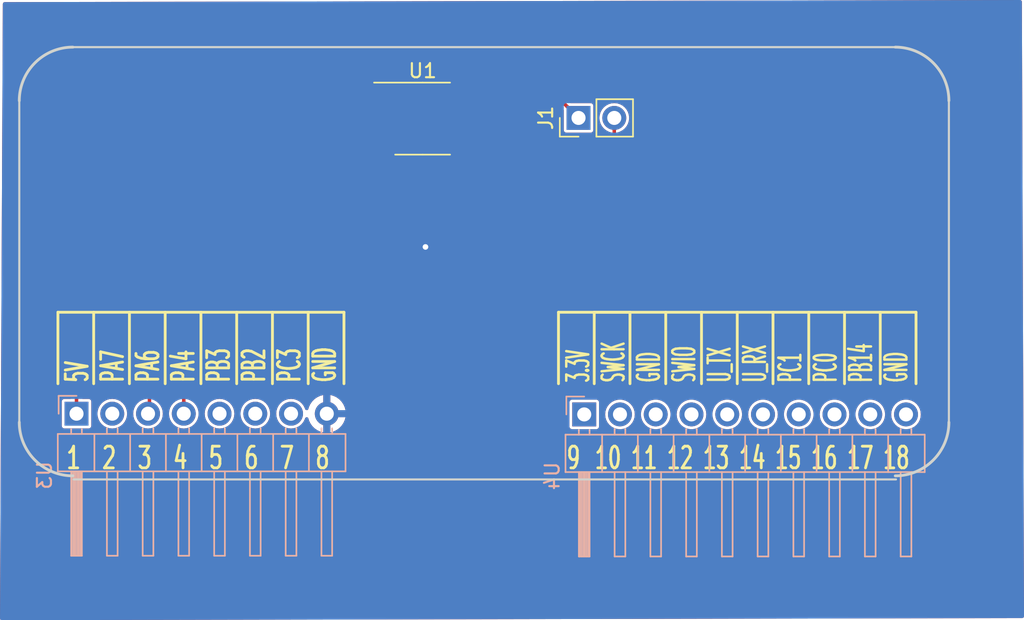
<source format=kicad_pcb>
(kicad_pcb (version 20221018) (generator pcbnew)
  (layers (0 "F.Cu" signal) (31 "B.Cu" signal) (34 "B.Paste" user) (35 "F.Paste" user) (36 "B.SilkS" user "B.Silkscreen") (37 "F.SilkS" user "F.Silkscreen") (38 "B.Mask" user) (39 "F.Mask" user) (44 "Edge.Cuts" user))
  (net 0 "")
  (net 1 "/Out_A")
  (net 2 "/Out_B")
  (net 4 "/IN_A")
  (net 5 "GND")
  (net 6 "/IN_B")
  (net 7 "/5V")
  (footprint "Package_SO:SOIC-8_3.9x4.9mm_P1.27mm" (layer "F.Cu") (at 128.8288 59.5376)
    (fp_text reference "U1" (at 0 -3.4) (layer "F.SilkS"))
    (fp_text value "TC4424")
    (fp_line (start 0 -2.56) (end -3.45 -2.56) (stroke (width 0.12)) (layer "F.SilkS"))
    (fp_line (start 0 -2.56) (end 1.95 -2.56) (stroke (width 0.12)) (layer "F.SilkS"))
    (fp_line (start 0 2.56) (end -1.95 2.56) (stroke (width 0.12)) (layer "F.SilkS"))
    (fp_line (start 0 2.56) (end 1.95 2.56) (stroke (width 0.12)) (layer "F.SilkS"))
    (pad "1" smd roundrect (at -2.475 -1.905) (size 1.95 0.6) (layers "F.Cu" "F.Paste" "F.Mask"))
    (pad "2" smd roundrect (at -2.475 -0.635) (size 1.95 0.6) (layers "F.Cu" "F.Paste" "F.Mask") (net 4 "/IN_A"))
    (pad "3" smd roundrect (at -2.475 0.635) (size 1.95 0.6) (layers "F.Cu" "F.Paste" "F.Mask") (net 5 "GND"))
    (pad "4" smd roundrect (at -2.475 1.905) (size 1.95 0.6) (layers "F.Cu" "F.Paste" "F.Mask") (net 6 "/IN_B"))
    (pad "5" smd roundrect (at 2.475 1.905) (size 1.95 0.6) (layers "F.Cu" "F.Paste" "F.Mask") (net 2 "/Out_B"))
    (pad "6" smd roundrect (at 2.475 0.635) (size 1.95 0.6) (layers "F.Cu" "F.Paste" "F.Mask") (net 7 "/5V"))
    (pad "7" smd roundrect (at 2.475 -0.635) (size 1.95 0.6) (layers "F.Cu" "F.Paste" "F.Mask") (net 1 "/Out_A"))
    (pad "8" smd roundrect (at 2.475 -1.905) (size 1.95 0.6) (layers "F.Cu" "F.Paste" "F.Mask"))
  )
  (footprint "Connector_PinHeader_2.54mm:PinHeader_1x02_P2.54mm_Vertical" (layer "F.Cu") (at 139.904877 59.488477 90)
    (fp_text reference "J1" (at 0 -2.33 90) (layer "F.SilkS"))
    (fp_text value "Coil")
    (fp_line (start -1.33 -1.33) (end 0 -1.33) (stroke (width 0.12)) (layer "F.SilkS"))
    (fp_line (start -1.33 0) (end -1.33 -1.33) (stroke (width 0.12)) (layer "F.SilkS"))
    (fp_line (start -1.33 1.27) (end -1.33 3.87) (stroke (width 0.12)) (layer "F.SilkS"))
    (fp_line (start -1.33 1.27) (end 1.33 1.27) (stroke (width 0.12)) (layer "F.SilkS"))
    (fp_line (start -1.33 3.87) (end 1.33 3.87) (stroke (width 0.12)) (layer "F.SilkS"))
    (fp_line (start 1.33 1.27) (end 1.33 3.87) (stroke (width 0.12)) (layer "F.SilkS"))
    (pad "1" thru_hole rect (at 0 0 90) (size 1.7 1.7) (drill 1) (layers "*.Cu" "*.Mask") (net 1 "/Out_A"))
    (pad "2" thru_hole oval (at 0 2.54 90) (size 1.7 1.7) (drill 1) (layers "*.Cu" "*.Mask") (net 2 "/Out_B"))
  )
  (footprint "Connector_PinHeader_2.54mm:PinHeader_1x08_P2.54mm_Horizontal" (layer "B.Cu") (at 104.2416 80.518 -90)
    (fp_text reference "U3" (at 4.385 2.27 90) (layer "B.SilkS") (effects (justify mirror)))
    (fp_text value "FlipperZero")
    (fp_line (start -1.27 0) (end -1.27 1.27) (stroke (width 0.12)) (layer "B.SilkS"))
    (fp_line (start -1.27 1.27) (end 0 1.27) (stroke (width 0.12)) (layer "B.SilkS"))
    (fp_line (start 1.042929 -18.16) (end 1.44 -18.16) (stroke (width 0.12)) (layer "B.SilkS"))
    (fp_line (start 1.042929 -17.4) (end 1.44 -17.4) (stroke (width 0.12)) (layer "B.SilkS"))
    (fp_line (start 1.042929 -15.62) (end 1.44 -15.62) (stroke (width 0.12)) (layer "B.SilkS"))
    (fp_line (start 1.042929 -14.86) (end 1.44 -14.86) (stroke (width 0.12)) (layer "B.SilkS"))
    (fp_line (start 1.042929 -13.08) (end 1.44 -13.08) (stroke (width 0.12)) (layer "B.SilkS"))
    (fp_line (start 1.042929 -12.32) (end 1.44 -12.32) (stroke (width 0.12)) (layer "B.SilkS"))
    (fp_line (start 1.042929 -10.54) (end 1.44 -10.54) (stroke (width 0.12)) (layer "B.SilkS"))
    (fp_line (start 1.042929 -9.78) (end 1.44 -9.78) (stroke (width 0.12)) (layer "B.SilkS"))
    (fp_line (start 1.042929 -8) (end 1.44 -8) (stroke (width 0.12)) (layer "B.SilkS"))
    (fp_line (start 1.042929 -7.24) (end 1.44 -7.24) (stroke (width 0.12)) (layer "B.SilkS"))
    (fp_line (start 1.042929 -5.46) (end 1.44 -5.46) (stroke (width 0.12)) (layer "B.SilkS"))
    (fp_line (start 1.042929 -4.7) (end 1.44 -4.7) (stroke (width 0.12)) (layer "B.SilkS"))
    (fp_line (start 1.042929 -2.92) (end 1.44 -2.92) (stroke (width 0.12)) (layer "B.SilkS"))
    (fp_line (start 1.042929 -2.16) (end 1.44 -2.16) (stroke (width 0.12)) (layer "B.SilkS"))
    (fp_line (start 1.11 -0.38) (end 1.44 -0.38) (stroke (width 0.12)) (layer "B.SilkS"))
    (fp_line (start 1.11 0.38) (end 1.44 0.38) (stroke (width 0.12)) (layer "B.SilkS"))
    (fp_line (start 1.44 -19.11) (end 4.1 -19.11) (stroke (width 0.12)) (layer "B.SilkS"))
    (fp_line (start 1.44 -16.51) (end 4.1 -16.51) (stroke (width 0.12)) (layer "B.SilkS"))
    (fp_line (start 1.44 -13.97) (end 4.1 -13.97) (stroke (width 0.12)) (layer "B.SilkS"))
    (fp_line (start 1.44 -11.43) (end 4.1 -11.43) (stroke (width 0.12)) (layer "B.SilkS"))
    (fp_line (start 1.44 -8.89) (end 4.1 -8.89) (stroke (width 0.12)) (layer "B.SilkS"))
    (fp_line (start 1.44 -6.35) (end 4.1 -6.35) (stroke (width 0.12)) (layer "B.SilkS"))
    (fp_line (start 1.44 -3.81) (end 4.1 -3.81) (stroke (width 0.12)) (layer "B.SilkS"))
    (fp_line (start 1.44 -1.27) (end 4.1 -1.27) (stroke (width 0.12)) (layer "B.SilkS"))
    (fp_line (start 1.44 1.33) (end 1.44 -19.11) (stroke (width 0.12)) (layer "B.SilkS"))
    (fp_line (start 4.1 -19.11) (end 4.1 1.33) (stroke (width 0.12)) (layer "B.SilkS"))
    (fp_line (start 4.1 -17.4) (end 10.1 -17.4) (stroke (width 0.12)) (layer "B.SilkS"))
    (fp_line (start 4.1 -14.86) (end 10.1 -14.86) (stroke (width 0.12)) (layer "B.SilkS"))
    (fp_line (start 4.1 -12.32) (end 10.1 -12.32) (stroke (width 0.12)) (layer "B.SilkS"))
    (fp_line (start 4.1 -9.78) (end 10.1 -9.78) (stroke (width 0.12)) (layer "B.SilkS"))
    (fp_line (start 4.1 -7.24) (end 10.1 -7.24) (stroke (width 0.12)) (layer "B.SilkS"))
    (fp_line (start 4.1 -4.7) (end 10.1 -4.7) (stroke (width 0.12)) (layer "B.SilkS"))
    (fp_line (start 4.1 -2.16) (end 10.1 -2.16) (stroke (width 0.12)) (layer "B.SilkS"))
    (fp_line (start 4.1 -0.28) (end 10.1 -0.28) (stroke (width 0.12)) (layer "B.SilkS"))
    (fp_line (start 4.1 -0.16) (end 10.1 -0.16) (stroke (width 0.12)) (layer "B.SilkS"))
    (fp_line (start 4.1 -0.04) (end 10.1 -0.04) (stroke (width 0.12)) (layer "B.SilkS"))
    (fp_line (start 4.1 0.08) (end 10.1 0.08) (stroke (width 0.12)) (layer "B.SilkS"))
    (fp_line (start 4.1 0.2) (end 10.1 0.2) (stroke (width 0.12)) (layer "B.SilkS"))
    (fp_line (start 4.1 0.32) (end 10.1 0.32) (stroke (width 0.12)) (layer "B.SilkS"))
    (fp_line (start 4.1 0.38) (end 10.1 0.38) (stroke (width 0.12)) (layer "B.SilkS"))
    (fp_line (start 4.1 1.33) (end 1.44 1.33) (stroke (width 0.12)) (layer "B.SilkS"))
    (fp_line (start 10.1 -18.16) (end 4.1 -18.16) (stroke (width 0.12)) (layer "B.SilkS"))
    (fp_line (start 10.1 -17.4) (end 10.1 -18.16) (stroke (width 0.12)) (layer "B.SilkS"))
    (fp_line (start 10.1 -15.62) (end 4.1 -15.62) (stroke (width 0.12)) (layer "B.SilkS"))
    (fp_line (start 10.1 -14.86) (end 10.1 -15.62) (stroke (width 0.12)) (layer "B.SilkS"))
    (fp_line (start 10.1 -13.08) (end 4.1 -13.08) (stroke (width 0.12)) (layer "B.SilkS"))
    (fp_line (start 10.1 -12.32) (end 10.1 -13.08) (stroke (width 0.12)) (layer "B.SilkS"))
    (fp_line (start 10.1 -10.54) (end 4.1 -10.54) (stroke (width 0.12)) (layer "B.SilkS"))
    (fp_line (start 10.1 -9.78) (end 10.1 -10.54) (stroke (width 0.12)) (layer "B.SilkS"))
    (fp_line (start 10.1 -8) (end 4.1 -8) (stroke (width 0.12)) (layer "B.SilkS"))
    (fp_line (start 10.1 -7.24) (end 10.1 -8) (stroke (width 0.12)) (layer "B.SilkS"))
    (fp_line (start 10.1 -5.46) (end 4.1 -5.46) (stroke (width 0.12)) (layer "B.SilkS"))
    (fp_line (start 10.1 -4.7) (end 10.1 -5.46) (stroke (width 0.12)) (layer "B.SilkS"))
    (fp_line (start 10.1 -2.92) (end 4.1 -2.92) (stroke (width 0.12)) (layer "B.SilkS"))
    (fp_line (start 10.1 -2.16) (end 10.1 -2.92) (stroke (width 0.12)) (layer "B.SilkS"))
    (fp_line (start 10.1 -0.38) (end 4.1 -0.38) (stroke (width 0.12)) (layer "B.SilkS"))
    (fp_line (start 10.1 0.38) (end 10.1 -0.38) (stroke (width 0.12)) (layer "B.SilkS"))
    (pad "1" thru_hole rect (at 0 0 270) (size 1.7 1.7) (drill 1) (layers "*.Cu" "*.Mask") (net 7 "/5V"))
    (pad "2" thru_hole oval (at 0 -2.54 270) (size 1.7 1.7) (drill 1) (layers "*.Cu" "*.Mask"))
    (pad "3" thru_hole oval (at 0 -5.08 270) (size 1.7 1.7) (drill 1) (layers "*.Cu" "*.Mask") (net 4 "/IN_A"))
    (pad "4" thru_hole oval (at 0 -7.62 270) (size 1.7 1.7) (drill 1) (layers "*.Cu" "*.Mask") (net 6 "/IN_B"))
    (pad "5" thru_hole oval (at 0 -10.16 270) (size 1.7 1.7) (drill 1) (layers "*.Cu" "*.Mask"))
    (pad "6" thru_hole oval (at 0 -12.7 270) (size 1.7 1.7) (drill 1) (layers "*.Cu" "*.Mask"))
    (pad "7" thru_hole oval (at 0 -15.24 270) (size 1.7 1.7) (drill 1) (layers "*.Cu" "*.Mask"))
    (pad "8" thru_hole oval (at 0 -17.78 270) (size 1.7 1.7) (drill 1) (layers "*.Cu" "*.Mask") (net 5 "GND"))
  )
  (footprint "Connector_PinHeader_2.54mm:PinHeader_1x10_P2.54mm_Horizontal" (layer "B.Cu") (at 140.3096 80.5688 -90)
    (fp_text reference "U4" (at 4.385 2.27 90) (layer "B.SilkS") (effects (justify mirror)))
    (fp_text value "FlipperZero")
    (fp_line (start -1.27 0) (end -1.27 1.27) (stroke (width 0.12)) (layer "B.SilkS"))
    (fp_line (start -1.27 1.27) (end 0 1.27) (stroke (width 0.12)) (layer "B.SilkS"))
    (fp_line (start 1.042929 -23.24) (end 1.44 -23.24) (stroke (width 0.12)) (layer "B.SilkS"))
    (fp_line (start 1.042929 -22.48) (end 1.44 -22.48) (stroke (width 0.12)) (layer "B.SilkS"))
    (fp_line (start 1.042929 -20.7) (end 1.44 -20.7) (stroke (width 0.12)) (layer "B.SilkS"))
    (fp_line (start 1.042929 -19.94) (end 1.44 -19.94) (stroke (width 0.12)) (layer "B.SilkS"))
    (fp_line (start 1.042929 -18.16) (end 1.44 -18.16) (stroke (width 0.12)) (layer "B.SilkS"))
    (fp_line (start 1.042929 -17.4) (end 1.44 -17.4) (stroke (width 0.12)) (layer "B.SilkS"))
    (fp_line (start 1.042929 -15.62) (end 1.44 -15.62) (stroke (width 0.12)) (layer "B.SilkS"))
    (fp_line (start 1.042929 -14.86) (end 1.44 -14.86) (stroke (width 0.12)) (layer "B.SilkS"))
    (fp_line (start 1.042929 -13.08) (end 1.44 -13.08) (stroke (width 0.12)) (layer "B.SilkS"))
    (fp_line (start 1.042929 -12.32) (end 1.44 -12.32) (stroke (width 0.12)) (layer "B.SilkS"))
    (fp_line (start 1.042929 -10.54) (end 1.44 -10.54) (stroke (width 0.12)) (layer "B.SilkS"))
    (fp_line (start 1.042929 -9.78) (end 1.44 -9.78) (stroke (width 0.12)) (layer "B.SilkS"))
    (fp_line (start 1.042929 -8) (end 1.44 -8) (stroke (width 0.12)) (layer "B.SilkS"))
    (fp_line (start 1.042929 -7.24) (end 1.44 -7.24) (stroke (width 0.12)) (layer "B.SilkS"))
    (fp_line (start 1.042929 -5.46) (end 1.44 -5.46) (stroke (width 0.12)) (layer "B.SilkS"))
    (fp_line (start 1.042929 -4.7) (end 1.44 -4.7) (stroke (width 0.12)) (layer "B.SilkS"))
    (fp_line (start 1.042929 -2.92) (end 1.44 -2.92) (stroke (width 0.12)) (layer "B.SilkS"))
    (fp_line (start 1.042929 -2.16) (end 1.44 -2.16) (stroke (width 0.12)) (layer "B.SilkS"))
    (fp_line (start 1.11 -0.38) (end 1.44 -0.38) (stroke (width 0.12)) (layer "B.SilkS"))
    (fp_line (start 1.11 0.38) (end 1.44 0.38) (stroke (width 0.12)) (layer "B.SilkS"))
    (fp_line (start 1.44 -24.19) (end 4.1 -24.19) (stroke (width 0.12)) (layer "B.SilkS"))
    (fp_line (start 1.44 -21.59) (end 4.1 -21.59) (stroke (width 0.12)) (layer "B.SilkS"))
    (fp_line (start 1.44 -19.05) (end 4.1 -19.05) (stroke (width 0.12)) (layer "B.SilkS"))
    (fp_line (start 1.44 -16.51) (end 4.1 -16.51) (stroke (width 0.12)) (layer "B.SilkS"))
    (fp_line (start 1.44 -13.97) (end 4.1 -13.97) (stroke (width 0.12)) (layer "B.SilkS"))
    (fp_line (start 1.44 -11.43) (end 4.1 -11.43) (stroke (width 0.12)) (layer "B.SilkS"))
    (fp_line (start 1.44 -8.89) (end 4.1 -8.89) (stroke (width 0.12)) (layer "B.SilkS"))
    (fp_line (start 1.44 -6.35) (end 4.1 -6.35) (stroke (width 0.12)) (layer "B.SilkS"))
    (fp_line (start 1.44 -3.81) (end 4.1 -3.81) (stroke (width 0.12)) (layer "B.SilkS"))
    (fp_line (start 1.44 -1.27) (end 4.1 -1.27) (stroke (width 0.12)) (layer "B.SilkS"))
    (fp_line (start 1.44 1.33) (end 1.44 -24.19) (stroke (width 0.12)) (layer "B.SilkS"))
    (fp_line (start 4.1 -24.19) (end 4.1 1.33) (stroke (width 0.12)) (layer "B.SilkS"))
    (fp_line (start 4.1 -22.48) (end 10.1 -22.48) (stroke (width 0.12)) (layer "B.SilkS"))
    (fp_line (start 4.1 -19.94) (end 10.1 -19.94) (stroke (width 0.12)) (layer "B.SilkS"))
    (fp_line (start 4.1 -17.4) (end 10.1 -17.4) (stroke (width 0.12)) (layer "B.SilkS"))
    (fp_line (start 4.1 -14.86) (end 10.1 -14.86) (stroke (width 0.12)) (layer "B.SilkS"))
    (fp_line (start 4.1 -12.32) (end 10.1 -12.32) (stroke (width 0.12)) (layer "B.SilkS"))
    (fp_line (start 4.1 -9.78) (end 10.1 -9.78) (stroke (width 0.12)) (layer "B.SilkS"))
    (fp_line (start 4.1 -7.24) (end 10.1 -7.24) (stroke (width 0.12)) (layer "B.SilkS"))
    (fp_line (start 4.1 -4.7) (end 10.1 -4.7) (stroke (width 0.12)) (layer "B.SilkS"))
    (fp_line (start 4.1 -2.16) (end 10.1 -2.16) (stroke (width 0.12)) (layer "B.SilkS"))
    (fp_line (start 4.1 -0.28) (end 10.1 -0.28) (stroke (width 0.12)) (layer "B.SilkS"))
    (fp_line (start 4.1 -0.16) (end 10.1 -0.16) (stroke (width 0.12)) (layer "B.SilkS"))
    (fp_line (start 4.1 -0.04) (end 10.1 -0.04) (stroke (width 0.12)) (layer "B.SilkS"))
    (fp_line (start 4.1 0.08) (end 10.1 0.08) (stroke (width 0.12)) (layer "B.SilkS"))
    (fp_line (start 4.1 0.2) (end 10.1 0.2) (stroke (width 0.12)) (layer "B.SilkS"))
    (fp_line (start 4.1 0.32) (end 10.1 0.32) (stroke (width 0.12)) (layer "B.SilkS"))
    (fp_line (start 4.1 0.38) (end 10.1 0.38) (stroke (width 0.12)) (layer "B.SilkS"))
    (fp_line (start 4.1 1.33) (end 1.44 1.33) (stroke (width 0.12)) (layer "B.SilkS"))
    (fp_line (start 10.1 -23.24) (end 4.1 -23.24) (stroke (width 0.12)) (layer "B.SilkS"))
    (fp_line (start 10.1 -22.48) (end 10.1 -23.24) (stroke (width 0.12)) (layer "B.SilkS"))
    (fp_line (start 10.1 -20.7) (end 4.1 -20.7) (stroke (width 0.12)) (layer "B.SilkS"))
    (fp_line (start 10.1 -19.94) (end 10.1 -20.7) (stroke (width 0.12)) (layer "B.SilkS"))
    (fp_line (start 10.1 -18.16) (end 4.1 -18.16) (stroke (width 0.12)) (layer "B.SilkS"))
    (fp_line (start 10.1 -17.4) (end 10.1 -18.16) (stroke (width 0.12)) (layer "B.SilkS"))
    (fp_line (start 10.1 -15.62) (end 4.1 -15.62) (stroke (width 0.12)) (layer "B.SilkS"))
    (fp_line (start 10.1 -14.86) (end 10.1 -15.62) (stroke (width 0.12)) (layer "B.SilkS"))
    (fp_line (start 10.1 -13.08) (end 4.1 -13.08) (stroke (width 0.12)) (layer "B.SilkS"))
    (fp_line (start 10.1 -12.32) (end 10.1 -13.08) (stroke (width 0.12)) (layer "B.SilkS"))
    (fp_line (start 10.1 -10.54) (end 4.1 -10.54) (stroke (width 0.12)) (layer "B.SilkS"))
    (fp_line (start 10.1 -9.78) (end 10.1 -10.54) (stroke (width 0.12)) (layer "B.SilkS"))
    (fp_line (start 10.1 -8) (end 4.1 -8) (stroke (width 0.12)) (layer "B.SilkS"))
    (fp_line (start 10.1 -7.24) (end 10.1 -8) (stroke (width 0.12)) (layer "B.SilkS"))
    (fp_line (start 10.1 -5.46) (end 4.1 -5.46) (stroke (width 0.12)) (layer "B.SilkS"))
    (fp_line (start 10.1 -4.7) (end 10.1 -5.46) (stroke (width 0.12)) (layer "B.SilkS"))
    (fp_line (start 10.1 -2.92) (end 4.1 -2.92) (stroke (width 0.12)) (layer "B.SilkS"))
    (fp_line (start 10.1 -2.16) (end 10.1 -2.92) (stroke (width 0.12)) (layer "B.SilkS"))
    (fp_line (start 10.1 -0.38) (end 4.1 -0.38) (stroke (width 0.12)) (layer "B.SilkS"))
    (fp_line (start 10.1 0.38) (end 10.1 -0.38) (stroke (width 0.12)) (layer "B.SilkS"))
    (pad "1" thru_hole rect (at 0 0 270) (size 1.7 1.7) (drill 1) (layers "*.Cu" "*.Mask"))
    (pad "2" thru_hole oval (at 0 -2.54 270) (size 1.7 1.7) (drill 1) (layers "*.Cu" "*.Mask"))
    (pad "3" thru_hole oval (at 0 -5.08 270) (size 1.7 1.7) (drill 1) (layers "*.Cu" "*.Mask"))
    (pad "4" thru_hole oval (at 0 -7.62 270) (size 1.7 1.7) (drill 1) (layers "*.Cu" "*.Mask"))
    (pad "5" thru_hole oval (at 0 -10.16 270) (size 1.7 1.7) (drill 1) (layers "*.Cu" "*.Mask"))
    (pad "6" thru_hole oval (at 0 -12.7 270) (size 1.7 1.7) (drill 1) (layers "*.Cu" "*.Mask"))
    (pad "7" thru_hole oval (at 0 -15.24 270) (size 1.7 1.7) (drill 1) (layers "*.Cu" "*.Mask"))
    (pad "8" thru_hole oval (at 0 -17.78 270) (size 1.7 1.7) (drill 1) (layers "*.Cu" "*.Mask"))
    (pad "9" thru_hole oval (at 0 -20.32 270) (size 1.7 1.7) (drill 1) (layers "*.Cu" "*.Mask"))
    (pad "10" thru_hole oval (at 0 -22.86 270) (size 1.7 1.7) (drill 1) (layers "*.Cu" "*.Mask"))
  )
  (gr_line (start 105.4608 78.3844) (end 105.4608 73.3044) (stroke (width 0.2)) (layer "F.SilkS"))
  (gr_line (start 161.3408 73.3044) (end 161.3408 78.3844) (stroke (width 0.2)) (layer "F.SilkS"))
  (gr_line (start 156.2608 73.3044) (end 156.2608 78.3844) (stroke (width 0.2)) (layer "F.SilkS"))
  (gr_line (start 138.4808 73.3044) (end 163.8808 73.3044) (stroke (width 0.2)) (layer "F.SilkS"))
  (gr_line (start 102.9208 78.3844) (end 102.9208 73.3044) (stroke (width 0.2)) (layer "F.SilkS"))
  (gr_line (start 153.7208 73.3044) (end 153.7208 78.3844) (stroke (width 0.2)) (layer "F.SilkS"))
  (gr_line (start 141.0208 78.3844) (end 141.0208 73.3044) (stroke (width 0.2)) (layer "F.SilkS"))
  (gr_line (start 113.0808 73.3044) (end 113.0808 78.3844) (stroke (width 0.2)) (layer "F.SilkS"))
  (gr_line (start 143.5608 78.3844) (end 143.5608 73.3044) (stroke (width 0.2)) (layer "F.SilkS"))
  (gr_line (start 123.2408 73.3044) (end 102.9208 73.3044) (stroke (width 0.2)) (layer "F.SilkS"))
  (gr_line (start 115.6208 73.3044) (end 115.6208 78.3844) (stroke (width 0.2)) (layer "F.SilkS"))
  (gr_line (start 141.0208 73.3044) (end 143.5608 73.3044) (stroke (width 0.2)) (layer "F.SilkS"))
  (gr_line (start 148.6408 73.3044) (end 148.6408 78.3844) (stroke (width 0.2)) (layer "F.SilkS"))
  (gr_line (start 146.1008 73.3044) (end 146.1008 78.3844) (stroke (width 0.2)) (layer "F.SilkS"))
  (gr_line (start 108.0008 73.3044) (end 108.0008 78.3844) (stroke (width 0.2)) (layer "F.SilkS"))
  (gr_line (start 138.4808 73.3044) (end 138.4808 78.3844) (stroke (width 0.2)) (layer "F.SilkS"))
  (gr_line (start 163.8808 73.3044) (end 163.8808 78.3844) (stroke (width 0.2)) (layer "F.SilkS"))
  (gr_line (start 120.7008 78.3844) (end 120.7008 73.3044) (stroke (width 0.2)) (layer "F.SilkS"))
  (gr_line (start 110.5408 73.3044) (end 110.5408 78.3844) (stroke (width 0.2)) (layer "F.SilkS"))
  (gr_line (start 158.8008 73.3044) (end 158.8008 78.3844) (stroke (width 0.2)) (layer "F.SilkS"))
  (gr_line (start 123.2408 73.3044) (end 123.2408 78.3844) (stroke (width 0.2)) (layer "F.SilkS"))
  (gr_line (start 151.1808 73.3044) (end 151.1808 78.3844) (stroke (width 0.2)) (layer "F.SilkS"))
  (gr_line (start 118.1608 73.3044) (end 118.1608 78.3844) (stroke (width 0.2)) (layer "F.SilkS"))
  (gr_line (start 103.985923 54.455923) (end 162.405923 54.455923) (stroke (width 0.15)) (layer "Edge.Cuts"))
  (gr_arc (start 100.175923 58.265923) (mid 101.291846 55.571846) (end 103.985923 54.455923) (stroke (width 0.2)) (layer "Edge.Cuts"))
  (gr_line (start 166.215923 81.125923) (end 166.215923 58.265923) (stroke (width 0.15)) (layer "Edge.Cuts"))
  (gr_line (start 104.0384 85.190761) (end 162.4584 85.190761) (stroke (width 0.15)) (layer "Edge.Cuts"))
  (gr_arc (start 103.985923 84.935877) (mid 101.291856 83.819977) (end 100.175923 81.125923) (stroke (width 0.2)) (layer "Edge.Cuts"))
  (gr_arc (start 166.215923 81.125923) (mid 165.1 83.82) (end 162.405923 84.935923) (stroke (width 0.2)) (layer "Edge.Cuts"))
  (gr_line (start 100.175923 81.125923) (end 100.175923 58.265923) (stroke (width 0.15)) (layer "Edge.Cuts"))
  (gr_arc (start 162.405923 54.455923) (mid 165.1 55.571846) (end 166.215923 58.265923) (stroke (width 0.2)) (layer "Edge.Cuts"))
  (gr_text "1  2  3  4  5  6  7  8" (at 112.875923 83.665923) (layer "F.SilkS") (effects (font (size 1.54 1.02) (thickness 0.2))))
  (gr_text "3.3V\nSWCK\nGND\nSWIO\nU_TX\nU_RX\nPC1\nPC0\nPB14\nGND" (at 151.1808 78.3844 90) (layer "F.SilkS") (effects (font (size 1.56 0.7) (thickness 0.175)) (justify left)))
  (gr_text "9" (at 139.545923 83.665923) (layer "F.SilkS") (effects (font (size 1.54 0.96) (thickness 0.2))))
  (gr_text "5V\nPA7\nPA6\nPA4\nPB3\nPB2\nPC3\nGND" (at 113.0808 78.3844 90) (layer "F.SilkS") (effects (font (size 1.56 0.8) (thickness 0.2)) (justify left)))
  (gr_text "10 11 12 13 14 15 16 17 18" (at 152.245923 83.665923) (layer "F.SilkS") (effects (font (size 1.54 0.96) (thickness 0.2))))
  (segment (start 138.8872 58.4708) (end 139.904877 59.488477) (width 0.25) (layer "F.Cu") (net 1))
  (segment (start 131.7356 58.4708) (end 138.8872 58.4708) (width 0.25) (layer "F.Cu") (net 1))
  (segment (start 131.3038 58.9026) (end 131.7356 58.4708) (width 0.25) (layer "F.Cu") (net 1))
  (segment (start 131.3038 61.4426) (end 131.4816 61.6204) (width 0.25) (layer "F.Cu") (net 2))
  (segment (start 141.8336 61.6204) (end 142.444877 61.009123) (width 0.25) (layer "F.Cu") (net 2))
  (segment (start 131.4816 61.6204) (end 141.8336 61.6204) (width 0.25) (layer "F.Cu") (net 2))
  (segment (start 142.444877 61.009123) (end 142.444877 59.488477) (width 0.25) (layer "F.Cu") (net 2))
  (segment (start 125.7088 58.2576) (end 125.332049 58.2576) (width 0.25) (layer "F.Cu") (net 4))
  (segment (start 109.4232 58.166) (end 109.4232 80.4164) (width 0.25) (layer "F.Cu") (net 4))
  (segment (start 109.4232 80.4164) (end 109.3216 80.518) (width 0.25) (layer "F.Cu") (net 4))
  (segment (start 110.7948 56.7944) (end 109.4232 58.166) (width 0.25) (layer "F.Cu") (net 4))
  (segment (start 125.332049 58.2576) (end 123.868849 56.7944) (width 0.25) (layer "F.Cu") (net 4))
  (segment (start 126.3538 58.9026) (end 125.7088 58.2576) (width 0.25) (layer "F.Cu") (net 4))
  (segment (start 123.868849 56.7944) (end 110.7948 56.7944) (width 0.25) (layer "F.Cu") (net 4))
  (via (at 129.032 68.661175) (size 0.8) (drill 0.4) (layers "F.Cu" "B.Cu") (net 5))
  (segment (start 112.2172 60.7568) (end 111.8616 61.1124) (width 0.25) (layer "F.Cu") (net 6))
  (segment (start 126.3538 61.4426) (end 126.619 61.4426) (width 0.25) (layer "F.Cu") (net 6))
  (segment (start 126.619 61.4426) (end 126.6444 61.468) (width 0.25) (layer "F.Cu") (net 6))
  (segment (start 125.291249 60.7568) (end 112.2172 60.7568) (width 0.25) (layer "F.Cu") (net 6))
  (segment (start 125.332049 60.7976) (end 125.291249 60.7568) (width 0.25) (layer "F.Cu") (net 6))
  (segment (start 111.8616 61.1124) (end 111.8616 80.518) (width 0.25) (layer "F.Cu") (net 6))
  (segment (start 126.3538 61.4426) (end 125.7088 60.7976) (width 0.25) (layer "F.Cu") (net 6))
  (segment (start 125.7088 60.7976) (end 125.332049 60.7976) (width 0.25) (layer "F.Cu") (net 6))
  (segment (start 130.6588 59.5276) (end 130.282049 59.5276) (width 0.25) (layer "F.Cu") (net 7))
  (segment (start 130.0038 55.4802) (end 129.4384 54.9148) (width 0.25) (layer "F.Cu") (net 7))
  (segment (start 131.3038 60.1726) (end 130.6588 59.5276) (width 0.25) (layer "F.Cu") (net 7))
  (segment (start 129.4384 54.9148) (end 105.2068 54.9148) (width 0.25) (layer "F.Cu") (net 7))
  (segment (start 130.282049 59.5276) (end 130.038049 59.2836) (width 0.25) (layer "F.Cu") (net 7))
  (segment (start 130.0038 59.2836) (end 130.0038 55.4802) (width 0.25) (layer "F.Cu") (net 7))
  (segment (start 105.2068 54.9148) (end 104.2416 55.88) (width 0.25) (layer "F.Cu") (net 7))
  (segment (start 104.2416 55.88) (end 104.2416 80.518) (width 0.25) (layer "F.Cu") (net 7))
  (segment (start 130.038049 59.2836) (end 130.0038 59.2836) (width 0.25) (layer "F.Cu") (net 7))
  (zone (net 5) (net_name "GND") (layers "F&B.Cu") (connect_pads (clearance 0)) (min_thickness 0.25) (fill yes (thermal_gap 0.5) (thermal_bridge_width 0.5))
    (polygon (pts (xy 99.0092 51.2572) (xy 171.3992 51.1048) (xy 171.5516 95.0468) (xy 98.806 95.1992)))
  )
)
</source>
